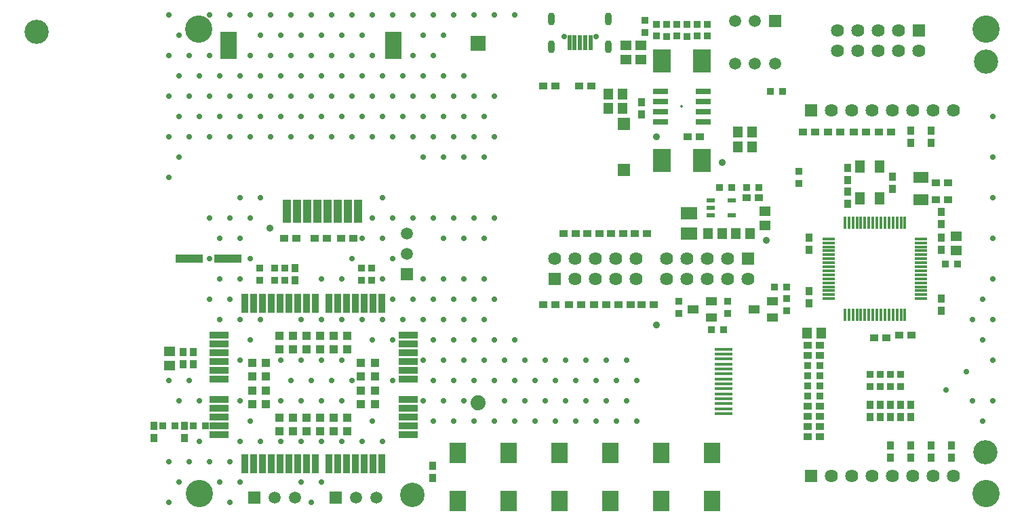
<source format=gts>
%FSLAX25Y25*%
%MOIN*%
G70*
G01*
G75*
G04 Layer_Color=8388736*
%ADD10R,0.03500X0.03200*%
%ADD11R,0.03200X0.03000*%
%ADD12R,0.04500X0.05000*%
%ADD13R,0.05000X0.04500*%
%ADD14R,0.03200X0.03500*%
%ADD15R,0.03000X0.03200*%
%ADD16C,0.03200*%
%ADD17R,0.08200X0.11000*%
%ADD18R,0.07000X0.02500*%
%ADD19C,0.01000*%
%ADD20R,0.04000X0.02000*%
%ADD21R,0.08000X0.05500*%
%ADD22R,0.05000X0.04000*%
%ADD23R,0.04500X0.06000*%
%ADD24R,0.07000X0.05000*%
%ADD25R,0.06000X0.06000*%
%ADD26R,0.08500X0.01200*%
%ADD27R,0.08000X0.10000*%
%ADD28R,0.09000X0.03000*%
%ADD29R,0.03000X0.09000*%
%ADD30R,0.04000X0.04000*%
%ADD31R,0.13000X0.04000*%
%ADD32C,0.04000*%
%ADD33R,0.08000X0.13000*%
%ADD34R,0.04000X0.11000*%
%ADD35R,0.01600X0.07000*%
%ADD36R,0.06000X0.01000*%
%ADD37R,0.01000X0.06000*%
%ADD38C,0.02000*%
%ADD39C,0.01500*%
%ADD40C,0.00600*%
%ADD41C,0.03000*%
%ADD42C,0.02500*%
%ADD43C,0.01000*%
%ADD44C,0.01200*%
%ADD45C,0.02400*%
%ADD46C,0.03500*%
%ADD47C,0.13000*%
%ADD48R,0.05500X0.05500*%
%ADD49C,0.05500*%
%ADD50C,0.06000*%
%ADD51R,0.07000X0.07000*%
%ADD52C,0.07000*%
%ADD53O,0.03000X0.06000*%
%ADD54C,0.02400*%
%ADD55C,0.03937*%
%ADD56C,0.00500*%
%ADD57C,0.00800*%
%ADD58C,0.00200*%
%ADD59C,0.00787*%
%ADD60O,0.03937X0.03937*%
%ADD61C,0.03800*%
%ADD62R,0.03900X0.03600*%
%ADD63R,0.03600X0.03400*%
%ADD64R,0.04900X0.05400*%
%ADD65R,0.05400X0.04900*%
%ADD66R,0.03600X0.03900*%
%ADD67R,0.03400X0.03600*%
%ADD68C,0.03600*%
%ADD69R,0.08600X0.11400*%
%ADD70R,0.07400X0.02900*%
%ADD71C,0.01400*%
%ADD72R,0.04400X0.02400*%
%ADD73R,0.08400X0.05900*%
%ADD74R,0.05400X0.04400*%
%ADD75R,0.04900X0.06400*%
%ADD76R,0.07400X0.05400*%
%ADD77R,0.06400X0.06400*%
%ADD78R,0.08900X0.01600*%
%ADD79R,0.08400X0.10400*%
%ADD80R,0.09400X0.03400*%
%ADD81R,0.03400X0.09400*%
%ADD82R,0.04400X0.04400*%
%ADD83R,0.13400X0.04400*%
%ADD84C,0.12000*%
%ADD85R,0.08400X0.13400*%
%ADD86R,0.04400X0.11400*%
%ADD87R,0.02000X0.07400*%
%ADD88R,0.06400X0.01400*%
%ADD89R,0.01400X0.06400*%
%ADD90C,0.13400*%
%ADD91R,0.05900X0.05900*%
%ADD92C,0.05900*%
%ADD93C,0.06400*%
%ADD94R,0.07400X0.07400*%
%ADD95C,0.07400*%
%ADD96O,0.03400X0.06400*%
%ADD97C,0.02800*%
%ADD98C,0.11937*%
D62*
X914000Y317500D02*
D03*
X920000D02*
D03*
X662500Y370000D02*
D03*
X656500D02*
D03*
X920000Y272500D02*
D03*
X914000D02*
D03*
X838400Y337500D02*
D03*
X832400D02*
D03*
X920000Y277500D02*
D03*
X914000D02*
D03*
X920000Y282500D02*
D03*
X914000D02*
D03*
X890000Y390000D02*
D03*
X884000D02*
D03*
X920000Y312500D02*
D03*
X914000D02*
D03*
X920000Y287500D02*
D03*
X914000D02*
D03*
X807500Y445000D02*
D03*
X801500D02*
D03*
X690500Y370000D02*
D03*
X684500D02*
D03*
X677500D02*
D03*
X671500D02*
D03*
X861000Y420000D02*
D03*
X855000D02*
D03*
X790000Y445000D02*
D03*
X784000D02*
D03*
X965000Y322500D02*
D03*
X959000D02*
D03*
X983000Y397500D02*
D03*
X977000D02*
D03*
X983000Y389000D02*
D03*
X977000D02*
D03*
X790000Y337500D02*
D03*
X784000D02*
D03*
X823400Y372500D02*
D03*
X817400D02*
D03*
X800000D02*
D03*
X794000D02*
D03*
X815000Y337500D02*
D03*
X809000D02*
D03*
X826800D02*
D03*
X820800D02*
D03*
X811700Y372500D02*
D03*
X805700D02*
D03*
X835100D02*
D03*
X829100D02*
D03*
X802500Y337500D02*
D03*
X796500D02*
D03*
X917500Y422500D02*
D03*
X911500D02*
D03*
X930000D02*
D03*
X924000D02*
D03*
X942500D02*
D03*
X936500D02*
D03*
X952500Y321000D02*
D03*
X946500D02*
D03*
X955000Y422500D02*
D03*
X949000D02*
D03*
D63*
X864500Y475400D02*
D03*
Y469600D02*
D03*
X839500Y475400D02*
D03*
Y469600D02*
D03*
X859500Y475400D02*
D03*
Y469600D02*
D03*
X849500Y475400D02*
D03*
Y469600D02*
D03*
X833900Y477300D02*
D03*
Y471300D02*
D03*
X844500Y475500D02*
D03*
Y469500D02*
D03*
X959500Y303000D02*
D03*
Y297000D02*
D03*
X954500Y303000D02*
D03*
Y297000D02*
D03*
X949500Y303000D02*
D03*
Y297000D02*
D03*
X944500Y303000D02*
D03*
Y297000D02*
D03*
X644500Y355500D02*
D03*
Y349500D02*
D03*
X652000Y355500D02*
D03*
Y349500D02*
D03*
X657000Y355500D02*
D03*
Y349500D02*
D03*
X854500Y475500D02*
D03*
Y469500D02*
D03*
X694500Y355500D02*
D03*
Y349500D02*
D03*
X699500Y355500D02*
D03*
Y349500D02*
D03*
X909500Y403000D02*
D03*
Y397000D02*
D03*
X874500Y339000D02*
D03*
Y333000D02*
D03*
X850500Y339000D02*
D03*
Y333000D02*
D03*
X903500Y340500D02*
D03*
Y334500D02*
D03*
D64*
X871900Y372500D02*
D03*
X864900D02*
D03*
X885500D02*
D03*
X878500D02*
D03*
X823000Y441000D02*
D03*
X816000D02*
D03*
X886500Y422500D02*
D03*
X879500D02*
D03*
X920500Y323500D02*
D03*
X913500D02*
D03*
X886500Y415000D02*
D03*
X879500D02*
D03*
X823000Y434000D02*
D03*
X816000D02*
D03*
D65*
X824500Y465000D02*
D03*
Y458000D02*
D03*
X600400Y314500D02*
D03*
Y307500D02*
D03*
X987000Y371000D02*
D03*
Y364000D02*
D03*
X832000Y465000D02*
D03*
Y458000D02*
D03*
X893000Y383500D02*
D03*
Y376500D02*
D03*
D66*
X729500Y258000D02*
D03*
Y252000D02*
D03*
X662000Y355500D02*
D03*
Y349500D02*
D03*
X832200Y437000D02*
D03*
Y431000D02*
D03*
X607000Y314000D02*
D03*
Y308000D02*
D03*
X607500Y277831D02*
D03*
Y271831D02*
D03*
X612000Y314000D02*
D03*
Y308000D02*
D03*
X592500Y277831D02*
D03*
Y271831D02*
D03*
X944500Y288000D02*
D03*
Y282000D02*
D03*
X949500Y288000D02*
D03*
Y282000D02*
D03*
X954500Y288000D02*
D03*
Y282000D02*
D03*
X959500Y288000D02*
D03*
Y282000D02*
D03*
X964500Y288000D02*
D03*
Y282000D02*
D03*
X979500Y370500D02*
D03*
Y364500D02*
D03*
X914500Y344000D02*
D03*
Y338000D02*
D03*
X933500Y404600D02*
D03*
Y398600D02*
D03*
X914500Y370500D02*
D03*
Y364500D02*
D03*
X955500Y400500D02*
D03*
Y394500D02*
D03*
X933500Y393000D02*
D03*
Y387000D02*
D03*
X979500Y383000D02*
D03*
Y377000D02*
D03*
X964500Y423000D02*
D03*
Y417000D02*
D03*
X974500Y423000D02*
D03*
Y417000D02*
D03*
X984500Y268000D02*
D03*
Y262000D02*
D03*
X974500Y268000D02*
D03*
Y262000D02*
D03*
X964500Y268000D02*
D03*
Y262000D02*
D03*
X954500Y268000D02*
D03*
Y262000D02*
D03*
X979500Y340500D02*
D03*
Y334500D02*
D03*
D67*
X618000Y277831D02*
D03*
X612000D02*
D03*
X920000Y307500D02*
D03*
X914000D02*
D03*
X603000Y277831D02*
D03*
X597000D02*
D03*
X920000Y302500D02*
D03*
X914000D02*
D03*
X920000Y297500D02*
D03*
X914000D02*
D03*
X920000Y292500D02*
D03*
X914000D02*
D03*
X901500Y442500D02*
D03*
X895500D02*
D03*
X890000Y395000D02*
D03*
X884000D02*
D03*
X876500D02*
D03*
X870500D02*
D03*
X987500Y357500D02*
D03*
X981500D02*
D03*
X872500Y325000D02*
D03*
X866500D02*
D03*
X903500Y346000D02*
D03*
X897500D02*
D03*
D68*
X872000Y407500D02*
D03*
X893500Y369000D02*
D03*
X649500Y375000D02*
D03*
X839500Y327500D02*
D03*
Y420000D02*
D03*
D69*
X861850Y408500D02*
D03*
X842150D02*
D03*
X861850Y457500D02*
D03*
X842150D02*
D03*
D70*
X862500Y442500D02*
D03*
Y437500D02*
D03*
Y432500D02*
D03*
Y427500D02*
D03*
X841500Y442500D02*
D03*
Y437500D02*
D03*
Y432500D02*
D03*
Y427500D02*
D03*
D71*
X852000Y435000D02*
D03*
D72*
X876618Y388740D02*
D03*
Y381260D02*
D03*
X866382Y388740D02*
D03*
Y385000D02*
D03*
Y381260D02*
D03*
D73*
X855700Y382500D02*
D03*
Y372500D02*
D03*
D74*
X866500Y331000D02*
D03*
Y339000D02*
D03*
X857500Y335000D02*
D03*
X896500Y331000D02*
D03*
Y339000D02*
D03*
X887500Y335000D02*
D03*
D75*
X949400Y405200D02*
D03*
Y389800D02*
D03*
X939600Y405200D02*
D03*
Y389800D02*
D03*
D76*
X969500Y400000D02*
D03*
Y389000D02*
D03*
D77*
X823500Y426417D02*
D03*
Y403583D02*
D03*
X915500Y433000D02*
D03*
Y253000D02*
D03*
X968500Y472500D02*
D03*
X789500Y350000D02*
D03*
X884500Y360000D02*
D03*
D78*
X872504Y315401D02*
D03*
Y312960D02*
D03*
Y310519D02*
D03*
Y308078D02*
D03*
Y305637D02*
D03*
Y303196D02*
D03*
Y300756D02*
D03*
Y298314D02*
D03*
Y295874D02*
D03*
Y293433D02*
D03*
Y290992D02*
D03*
Y288551D02*
D03*
Y286110D02*
D03*
Y283669D02*
D03*
D79*
X742000Y240689D02*
D03*
Y264311D02*
D03*
X767000Y240689D02*
D03*
Y264311D02*
D03*
X792000Y240689D02*
D03*
Y264311D02*
D03*
X817000Y240689D02*
D03*
Y264311D02*
D03*
X842000Y240689D02*
D03*
Y264311D02*
D03*
X867000Y240689D02*
D03*
Y264311D02*
D03*
D80*
X717457Y322319D02*
D03*
Y317988D02*
D03*
Y313657D02*
D03*
Y309327D02*
D03*
Y304996D02*
D03*
Y300665D02*
D03*
Y290823D02*
D03*
Y286492D02*
D03*
Y282161D02*
D03*
Y277831D02*
D03*
Y273500D02*
D03*
X624543Y322319D02*
D03*
Y317988D02*
D03*
Y313657D02*
D03*
Y309327D02*
D03*
Y304996D02*
D03*
Y300665D02*
D03*
Y290823D02*
D03*
Y286492D02*
D03*
Y282161D02*
D03*
Y277831D02*
D03*
Y273500D02*
D03*
D81*
X704465Y259130D02*
D03*
Y337870D02*
D03*
X700134Y259130D02*
D03*
Y337870D02*
D03*
X695803Y259130D02*
D03*
Y337870D02*
D03*
X691472Y259130D02*
D03*
Y337870D02*
D03*
X687142Y259130D02*
D03*
Y337870D02*
D03*
X682811Y259130D02*
D03*
Y337870D02*
D03*
X678480Y259130D02*
D03*
Y337870D02*
D03*
X671787Y259130D02*
D03*
Y337870D02*
D03*
X667457Y259130D02*
D03*
Y337870D02*
D03*
X663126Y259130D02*
D03*
Y337870D02*
D03*
X658795Y259130D02*
D03*
Y337870D02*
D03*
X654465Y259130D02*
D03*
Y337870D02*
D03*
X650134Y259130D02*
D03*
Y337870D02*
D03*
X645803Y259130D02*
D03*
Y337870D02*
D03*
X641472Y259130D02*
D03*
Y337870D02*
D03*
X637142Y259130D02*
D03*
Y337870D02*
D03*
D82*
X701118Y308539D02*
D03*
Y301847D02*
D03*
Y295153D02*
D03*
Y288461D02*
D03*
X694425Y308539D02*
D03*
Y301847D02*
D03*
Y295153D02*
D03*
Y288461D02*
D03*
X687732Y321925D02*
D03*
Y315232D02*
D03*
Y281768D02*
D03*
Y275075D02*
D03*
X681039Y321925D02*
D03*
Y315232D02*
D03*
Y281768D02*
D03*
Y275075D02*
D03*
X674346Y321925D02*
D03*
Y315232D02*
D03*
Y281768D02*
D03*
Y275075D02*
D03*
X667654Y321925D02*
D03*
Y315232D02*
D03*
Y281768D02*
D03*
Y275075D02*
D03*
X660961Y321925D02*
D03*
Y315232D02*
D03*
Y281768D02*
D03*
Y275075D02*
D03*
X654268Y321925D02*
D03*
Y315232D02*
D03*
Y281768D02*
D03*
Y275075D02*
D03*
X647575Y308539D02*
D03*
Y301847D02*
D03*
Y295153D02*
D03*
Y288461D02*
D03*
X640882Y308539D02*
D03*
Y301847D02*
D03*
Y295153D02*
D03*
Y288461D02*
D03*
D83*
X610000Y360000D02*
D03*
X629000D02*
D03*
D84*
X719750Y243550D02*
D03*
D85*
X710205Y464996D02*
D03*
X629299D02*
D03*
D86*
X693000Y383500D02*
D03*
X688000D02*
D03*
X683000D02*
D03*
X678000D02*
D03*
X673000D02*
D03*
X668000D02*
D03*
X663000D02*
D03*
X658000D02*
D03*
D87*
X807118Y466256D02*
D03*
X804559D02*
D03*
X802000D02*
D03*
X799441D02*
D03*
X796882D02*
D03*
D88*
X969638Y369764D02*
D03*
Y367795D02*
D03*
Y365827D02*
D03*
Y363858D02*
D03*
Y361890D02*
D03*
Y359921D02*
D03*
Y357953D02*
D03*
Y355984D02*
D03*
Y354016D02*
D03*
Y352047D02*
D03*
Y350079D02*
D03*
Y348110D02*
D03*
Y346142D02*
D03*
Y344173D02*
D03*
Y342205D02*
D03*
Y340236D02*
D03*
X924362Y369764D02*
D03*
Y367795D02*
D03*
Y365827D02*
D03*
Y363858D02*
D03*
Y361890D02*
D03*
Y359921D02*
D03*
Y357953D02*
D03*
Y355984D02*
D03*
Y354016D02*
D03*
Y352047D02*
D03*
Y350079D02*
D03*
Y348110D02*
D03*
Y346142D02*
D03*
Y344173D02*
D03*
Y342205D02*
D03*
Y340236D02*
D03*
D89*
X961764Y332362D02*
D03*
Y377638D02*
D03*
X959795Y332362D02*
D03*
Y377638D02*
D03*
X957827Y332362D02*
D03*
Y377638D02*
D03*
X955858Y332362D02*
D03*
Y377638D02*
D03*
X953890Y332362D02*
D03*
Y377638D02*
D03*
X951921Y332362D02*
D03*
Y377638D02*
D03*
X949953Y332362D02*
D03*
Y377638D02*
D03*
X947984Y332362D02*
D03*
Y377638D02*
D03*
X946016Y332362D02*
D03*
Y377638D02*
D03*
X944047Y332362D02*
D03*
Y377638D02*
D03*
X942079Y332362D02*
D03*
Y377638D02*
D03*
X940110Y332362D02*
D03*
Y377638D02*
D03*
X938142Y332362D02*
D03*
Y377638D02*
D03*
X936173Y332362D02*
D03*
Y377638D02*
D03*
X934205Y332362D02*
D03*
Y377638D02*
D03*
X932236Y332362D02*
D03*
Y377638D02*
D03*
D90*
X615000Y244500D02*
D03*
X614500Y473000D02*
D03*
X1001500D02*
D03*
Y244500D02*
D03*
D91*
X897843Y477130D02*
D03*
X642000Y242500D02*
D03*
X682000D02*
D03*
X717000Y352500D02*
D03*
D92*
X897843Y455870D02*
D03*
X888000Y477130D02*
D03*
Y455870D02*
D03*
X878158Y477130D02*
D03*
Y455870D02*
D03*
X662000Y242500D02*
D03*
X652000D02*
D03*
X702000D02*
D03*
X692000D02*
D03*
X717000Y372500D02*
D03*
Y362500D02*
D03*
D93*
X985500Y433000D02*
D03*
X975500D02*
D03*
X965500D02*
D03*
X955500D02*
D03*
X945500D02*
D03*
X935500D02*
D03*
X925500D02*
D03*
X985500Y253000D02*
D03*
X975500D02*
D03*
X965500D02*
D03*
X955500D02*
D03*
X945500D02*
D03*
X935500D02*
D03*
X925500D02*
D03*
X968500Y462500D02*
D03*
X958500Y472500D02*
D03*
Y462500D02*
D03*
X948500Y472500D02*
D03*
Y462500D02*
D03*
X938500Y472500D02*
D03*
Y462500D02*
D03*
X928500Y472500D02*
D03*
Y462500D02*
D03*
X829500Y360000D02*
D03*
Y350000D02*
D03*
X819500Y360000D02*
D03*
Y350000D02*
D03*
X809500Y360000D02*
D03*
Y350000D02*
D03*
X799500Y360000D02*
D03*
Y350000D02*
D03*
X789500Y360000D02*
D03*
X884500Y350000D02*
D03*
X874500Y360000D02*
D03*
Y350000D02*
D03*
X864500Y360000D02*
D03*
Y350000D02*
D03*
X854500Y360000D02*
D03*
Y350000D02*
D03*
X844500Y360000D02*
D03*
Y350000D02*
D03*
D94*
X752000Y466083D02*
D03*
D95*
Y288917D02*
D03*
D96*
X816075Y477870D02*
D03*
Y464287D02*
D03*
X787925Y477870D02*
D03*
Y464287D02*
D03*
D97*
X809874Y469484D02*
D03*
X794126D02*
D03*
X995000Y290000D02*
D03*
Y330000D02*
D03*
X1000000Y280000D02*
D03*
X1005000Y290000D02*
D03*
Y310000D02*
D03*
X1000000Y320000D02*
D03*
X1005000Y330000D02*
D03*
X1000000Y340000D02*
D03*
X1005000Y350000D02*
D03*
Y370000D02*
D03*
Y390000D02*
D03*
Y410000D02*
D03*
Y430000D02*
D03*
X991800Y304500D02*
D03*
X981800Y295500D02*
D03*
X600000Y240000D02*
D03*
X605000Y250000D02*
D03*
X600000Y260000D02*
D03*
X605000Y290000D02*
D03*
X600000Y300000D02*
D03*
Y400000D02*
D03*
X605000Y410000D02*
D03*
X600000Y420000D02*
D03*
X605000Y430000D02*
D03*
X600000Y440000D02*
D03*
X605000Y450000D02*
D03*
X600000Y460000D02*
D03*
X605000Y470000D02*
D03*
X600000Y480000D02*
D03*
X610000Y260000D02*
D03*
X615000Y270000D02*
D03*
Y290000D02*
D03*
X610000Y300000D02*
D03*
Y420000D02*
D03*
X615000Y430000D02*
D03*
X610000Y440000D02*
D03*
X615000Y450000D02*
D03*
X610000Y460000D02*
D03*
X625000Y250000D02*
D03*
X620000Y260000D02*
D03*
X625000Y330000D02*
D03*
X620000Y340000D02*
D03*
X625000Y350000D02*
D03*
X620000Y360000D02*
D03*
X625000Y370000D02*
D03*
X620000Y380000D02*
D03*
Y420000D02*
D03*
X625000Y430000D02*
D03*
X620000Y440000D02*
D03*
X625000Y450000D02*
D03*
X620000Y460000D02*
D03*
Y480000D02*
D03*
X630000Y240000D02*
D03*
X635000Y250000D02*
D03*
X630000Y260000D02*
D03*
X635000Y270000D02*
D03*
Y290000D02*
D03*
Y310000D02*
D03*
Y330000D02*
D03*
X630000Y340000D02*
D03*
X635000Y350000D02*
D03*
Y370000D02*
D03*
X630000Y380000D02*
D03*
X635000Y390000D02*
D03*
X630000Y420000D02*
D03*
X635000Y430000D02*
D03*
X630000Y440000D02*
D03*
X635000Y450000D02*
D03*
X630000Y480000D02*
D03*
X645000Y270000D02*
D03*
X640000Y280000D02*
D03*
Y320000D02*
D03*
X645000Y330000D02*
D03*
X640000Y360000D02*
D03*
Y380000D02*
D03*
X645000Y390000D02*
D03*
X640000Y420000D02*
D03*
X645000Y430000D02*
D03*
X640000Y440000D02*
D03*
X645000Y450000D02*
D03*
X640000Y460000D02*
D03*
X645000Y470000D02*
D03*
X640000Y480000D02*
D03*
X655000Y270000D02*
D03*
Y290000D02*
D03*
Y310000D02*
D03*
X650000Y420000D02*
D03*
X655000Y430000D02*
D03*
X650000Y440000D02*
D03*
X655000Y450000D02*
D03*
X650000Y460000D02*
D03*
X655000Y470000D02*
D03*
X650000Y480000D02*
D03*
X665000Y250000D02*
D03*
Y270000D02*
D03*
Y290000D02*
D03*
X660000Y300000D02*
D03*
X665000Y310000D02*
D03*
Y330000D02*
D03*
X660000Y420000D02*
D03*
X665000Y430000D02*
D03*
X660000Y440000D02*
D03*
X665000Y450000D02*
D03*
X660000Y460000D02*
D03*
X665000Y470000D02*
D03*
X660000Y480000D02*
D03*
X670000Y240000D02*
D03*
X675000Y250000D02*
D03*
Y270000D02*
D03*
Y290000D02*
D03*
X670000Y300000D02*
D03*
X675000Y310000D02*
D03*
Y330000D02*
D03*
Y350000D02*
D03*
X670000Y420000D02*
D03*
X675000Y430000D02*
D03*
X670000Y440000D02*
D03*
X675000Y450000D02*
D03*
X670000Y460000D02*
D03*
X675000Y470000D02*
D03*
X670000Y480000D02*
D03*
X685000Y270000D02*
D03*
Y290000D02*
D03*
X680000Y300000D02*
D03*
X685000Y310000D02*
D03*
Y330000D02*
D03*
Y350000D02*
D03*
X680000Y420000D02*
D03*
X685000Y430000D02*
D03*
X680000Y440000D02*
D03*
X685000Y450000D02*
D03*
X680000Y460000D02*
D03*
X685000Y470000D02*
D03*
X680000Y480000D02*
D03*
X695000Y270000D02*
D03*
X690000Y300000D02*
D03*
X695000Y330000D02*
D03*
X690000Y360000D02*
D03*
X695000Y370000D02*
D03*
X690000Y420000D02*
D03*
X695000Y430000D02*
D03*
X690000Y440000D02*
D03*
X695000Y450000D02*
D03*
X690000Y460000D02*
D03*
X695000Y470000D02*
D03*
X690000Y480000D02*
D03*
X705000Y270000D02*
D03*
X700000Y280000D02*
D03*
Y320000D02*
D03*
X705000Y330000D02*
D03*
Y350000D02*
D03*
Y370000D02*
D03*
X700000Y380000D02*
D03*
X705000Y390000D02*
D03*
X700000Y420000D02*
D03*
X705000Y430000D02*
D03*
X700000Y440000D02*
D03*
X705000Y450000D02*
D03*
X700000Y460000D02*
D03*
Y480000D02*
D03*
X710000Y300000D02*
D03*
Y320000D02*
D03*
X715000Y330000D02*
D03*
X710000Y340000D02*
D03*
Y360000D02*
D03*
Y380000D02*
D03*
Y420000D02*
D03*
X715000Y430000D02*
D03*
X710000Y440000D02*
D03*
X715000Y450000D02*
D03*
X710000Y480000D02*
D03*
X725000Y290000D02*
D03*
Y310000D02*
D03*
Y330000D02*
D03*
X720000Y340000D02*
D03*
X725000Y350000D02*
D03*
X720000Y380000D02*
D03*
X725000Y410000D02*
D03*
X720000Y420000D02*
D03*
X725000Y430000D02*
D03*
X720000Y440000D02*
D03*
X725000Y450000D02*
D03*
X720000Y460000D02*
D03*
X725000Y470000D02*
D03*
X720000Y480000D02*
D03*
X730000Y280000D02*
D03*
X735000Y290000D02*
D03*
X730000Y300000D02*
D03*
X735000Y310000D02*
D03*
X730000Y320000D02*
D03*
X735000Y330000D02*
D03*
X730000Y340000D02*
D03*
X735000Y350000D02*
D03*
Y370000D02*
D03*
X730000Y380000D02*
D03*
X735000Y410000D02*
D03*
X730000Y420000D02*
D03*
X735000Y430000D02*
D03*
X730000Y440000D02*
D03*
X735000Y450000D02*
D03*
X730000Y460000D02*
D03*
X735000Y470000D02*
D03*
X730000Y480000D02*
D03*
X740000Y280000D02*
D03*
X745000Y290000D02*
D03*
X740000Y300000D02*
D03*
X745000Y310000D02*
D03*
X740000Y320000D02*
D03*
X745000Y330000D02*
D03*
X740000Y340000D02*
D03*
X745000Y350000D02*
D03*
Y370000D02*
D03*
X740000Y380000D02*
D03*
X745000Y410000D02*
D03*
X740000Y420000D02*
D03*
X745000Y430000D02*
D03*
X740000Y440000D02*
D03*
X745000Y450000D02*
D03*
X740000Y480000D02*
D03*
X750000Y280000D02*
D03*
Y300000D02*
D03*
X755000Y310000D02*
D03*
X750000Y320000D02*
D03*
X755000Y330000D02*
D03*
X750000Y340000D02*
D03*
X755000Y350000D02*
D03*
Y370000D02*
D03*
X750000Y380000D02*
D03*
X755000Y410000D02*
D03*
X750000Y420000D02*
D03*
X755000Y430000D02*
D03*
X750000Y440000D02*
D03*
Y480000D02*
D03*
X760000Y280000D02*
D03*
X765000Y290000D02*
D03*
X760000Y300000D02*
D03*
X765000Y310000D02*
D03*
X760000Y320000D02*
D03*
Y340000D02*
D03*
Y380000D02*
D03*
Y420000D02*
D03*
Y440000D02*
D03*
Y480000D02*
D03*
X770000Y280000D02*
D03*
X775000Y290000D02*
D03*
X770000Y300000D02*
D03*
X775000Y310000D02*
D03*
X770000Y320000D02*
D03*
Y480000D02*
D03*
X780000Y280000D02*
D03*
X785000Y290000D02*
D03*
X780000Y300000D02*
D03*
X785000Y310000D02*
D03*
X790000Y280000D02*
D03*
X795000Y290000D02*
D03*
X790000Y300000D02*
D03*
X795000Y310000D02*
D03*
X800000Y280000D02*
D03*
X805000Y290000D02*
D03*
X800000Y300000D02*
D03*
X805000Y310000D02*
D03*
X810000Y280000D02*
D03*
X815000Y290000D02*
D03*
X810000Y300000D02*
D03*
X815000Y310000D02*
D03*
X820000Y280000D02*
D03*
X825000Y290000D02*
D03*
X820000Y300000D02*
D03*
X825000Y310000D02*
D03*
X830000Y280000D02*
D03*
Y300000D02*
D03*
D98*
X1001200Y264700D02*
D03*
X1001600Y457100D02*
D03*
X534900Y471800D02*
D03*
M02*

</source>
